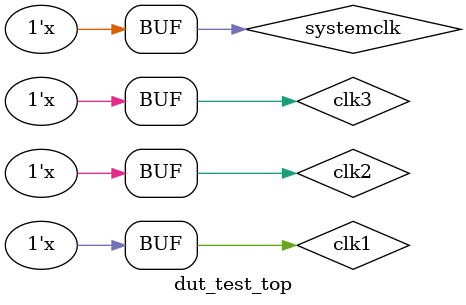
<source format=sv>
`timescale 1ns/100ps
module dut_test_top;
parameter 	sclk_cycle=500;
parameter 	clk1_cycle=25;
parameter	clk2_cycle=160;
parameter	clk3_cycle=400;
bit systemclk;
bit clk1;
bit clk2;
bit clk3;
dut_io top_io(systemclk,clk1,clk2,clk3);
test t(top_io);
mod_top mps(	top_io.hit,
				top_io.mem_full,
				top_io.mem_empty,
				top_io.clk1,
				top_io.clk2,
				top_io.clk3,
				top_io.LVDS,
				top_io.SCLK,
				top_io.MOSI,
				top_io.MISO,
				top_io.SS,
				top_io.sys_reset
				);
initial
	begin
		systemclk=0;
		clk1=0;
		clk2=0;
		clk3=0;
	end
always 			#(sclk_cycle/2) systemclk=~systemclk;
always 			#(clk1_cycle/2) clk1=~clk1;
always 			#(clk2_cycle/2) clk2=~clk2;
always 			#(clk3_cycle/2) clk3=~clk3;
endmodule

</source>
